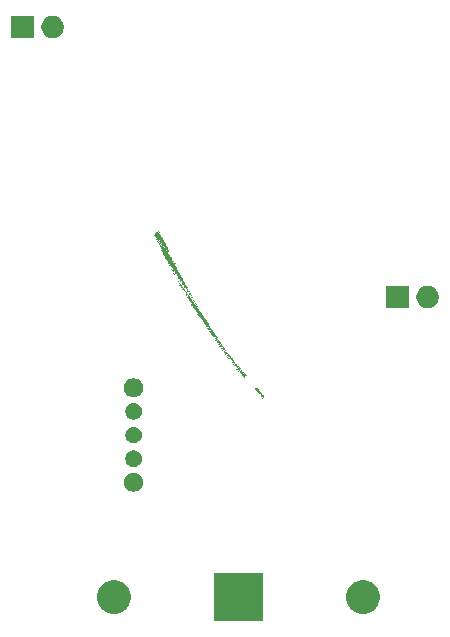
<source format=gbs>
G04 #@! TF.GenerationSoftware,KiCad,Pcbnew,5.1.0-unknown-r15165-fdfe5eab*
G04 #@! TF.CreationDate,2019-03-23T01:30:36-07:00*
G04 #@! TF.ProjectId,PricklyPear,50726963-6b6c-4795-9065-61722e6b6963,rev?*
G04 #@! TF.SameCoordinates,Original*
G04 #@! TF.FileFunction,Soldermask,Bot*
G04 #@! TF.FilePolarity,Negative*
%FSLAX46Y46*%
G04 Gerber Fmt 4.6, Leading zero omitted, Abs format (unit mm)*
G04 Created by KiCad (PCBNEW 5.1.0-unknown-r15165-fdfe5eab) date 2019-03-23 01:30:36*
%MOMM*%
%LPD*%
G04 APERTURE LIST*
%ADD10C,0.100000*%
G04 APERTURE END LIST*
D10*
G36*
X21408725Y41426140D02*
G01*
X21372303Y41478156D01*
X21424319Y41514578D01*
X21460741Y41462562D01*
X21408725Y41426140D01*
G37*
G36*
X22064322Y40489850D02*
G01*
X21920089Y40695836D01*
X21972105Y40732258D01*
X22116339Y40526272D01*
X22064322Y40489850D01*
G37*
G36*
X23266251Y38773318D02*
G01*
X22100744Y40437834D01*
X22152761Y40474256D01*
X23318267Y38809740D01*
X23266251Y38773318D01*
G37*
G36*
X23340551Y38667207D02*
G01*
X23302673Y38721301D01*
X23354689Y38757724D01*
X23392567Y38703629D01*
X23340551Y38667207D01*
G37*
G36*
X23484784Y38461221D02*
G01*
X23413395Y38563175D01*
X23465411Y38599597D01*
X23536800Y38497643D01*
X23484784Y38461221D01*
G37*
G36*
X23594051Y38305171D02*
G01*
X23557629Y38357188D01*
X23609645Y38393610D01*
X23646067Y38341594D01*
X23594051Y38305171D01*
G37*
G36*
X23741194Y38095029D02*
G01*
X23668350Y38199061D01*
X23720366Y38235483D01*
X23793210Y38131451D01*
X23741194Y38095029D01*
G37*
G36*
X23849005Y37941058D02*
G01*
X23776161Y38045091D01*
X23828177Y38081513D01*
X23901022Y37977480D01*
X23849005Y37941058D01*
G37*
G36*
X23996148Y37730916D02*
G01*
X23921849Y37837027D01*
X23973865Y37873449D01*
X24048165Y37767338D01*
X23996148Y37730916D01*
G37*
G36*
X24103960Y37576946D02*
G01*
X24032571Y37678900D01*
X24084587Y37715322D01*
X24155976Y37613368D01*
X24103960Y37576946D01*
G37*
G36*
X24251103Y37366803D02*
G01*
X24140382Y37524930D01*
X24192398Y37561352D01*
X24303119Y37403225D01*
X24251103Y37366803D01*
G37*
G36*
X24358914Y37212833D02*
G01*
X24287525Y37314787D01*
X24339541Y37351209D01*
X24410930Y37249255D01*
X24358914Y37212833D01*
G37*
G36*
X24542480Y36950674D02*
G01*
X24395336Y37160817D01*
X24447353Y37197239D01*
X24594496Y36987096D01*
X24542480Y36950674D01*
G37*
G36*
X24556619Y37041190D02*
G01*
X21387896Y41566595D01*
X21439913Y41603017D01*
X24608635Y37077613D01*
X24556619Y37041190D01*
G37*
G36*
X24630919Y36935079D02*
G01*
X24594497Y36987095D01*
X24646513Y37023517D01*
X24682935Y36971501D01*
X24630919Y36935079D01*
G37*
G36*
X24775152Y36729093D02*
G01*
X24738730Y36781109D01*
X24790746Y36817531D01*
X24827168Y36765515D01*
X24775152Y36729093D01*
G37*
G36*
X24884418Y36573044D02*
G01*
X24847996Y36625060D01*
X24900012Y36661483D01*
X24936435Y36609466D01*
X24884418Y36573044D01*
G37*
G36*
X25030106Y36364980D02*
G01*
X24958717Y36466935D01*
X25010733Y36503357D01*
X25082122Y36401403D01*
X25030106Y36364980D01*
G37*
G36*
X25139373Y36208931D02*
G01*
X25102951Y36260947D01*
X25154967Y36297369D01*
X25191389Y36245353D01*
X25139373Y36208931D01*
G37*
G36*
X25286517Y35998788D02*
G01*
X25213672Y36102821D01*
X25265689Y36139243D01*
X25338533Y36035210D01*
X25286517Y35998788D01*
G37*
G36*
X25394328Y35844818D02*
G01*
X25321484Y35948850D01*
X25373500Y35985273D01*
X25446344Y35881240D01*
X25394328Y35844818D01*
G37*
G36*
X20966426Y42279226D02*
G01*
X20930004Y42331243D01*
X20982020Y42367665D01*
X21018442Y42315649D01*
X20966426Y42279226D01*
G37*
G36*
X25482766Y35829224D02*
G01*
X21040725Y42173116D01*
X21092741Y42209538D01*
X25534782Y35865646D01*
X25482766Y35829224D01*
G37*
G36*
X25810565Y35361079D02*
G01*
X25774143Y35413095D01*
X25826159Y35449517D01*
X25862581Y35397501D01*
X25810565Y35361079D01*
G37*
G36*
X20473565Y43093813D02*
G01*
X20399266Y43199924D01*
X20451282Y43236346D01*
X20525581Y43130236D01*
X20473565Y43093813D01*
G37*
G36*
X20581376Y42939843D02*
G01*
X20546409Y42989781D01*
X20598425Y43026203D01*
X20633392Y42976265D01*
X20581376Y42939843D01*
G37*
G36*
X20727065Y42731778D02*
G01*
X20654221Y42835810D01*
X20706237Y42872232D01*
X20779081Y42768200D01*
X20727065Y42731778D01*
G37*
G36*
X23569443Y38672441D02*
G01*
X20764942Y42677684D01*
X20816958Y42714106D01*
X23621459Y38708863D01*
X23569443Y38672441D01*
G37*
G36*
X23677255Y38518470D02*
G01*
X23640833Y38570486D01*
X23692849Y38606908D01*
X23729271Y38554892D01*
X23677255Y38518470D01*
G37*
G36*
X23824399Y38308327D02*
G01*
X23787976Y38360343D01*
X23839993Y38396765D01*
X23876415Y38344749D01*
X23824399Y38308327D01*
G37*
G36*
X23932209Y38154358D02*
G01*
X23897242Y38204296D01*
X23949258Y38240718D01*
X23984225Y38190780D01*
X23932209Y38154358D01*
G37*
G36*
X24188620Y37788166D02*
G01*
X24152197Y37840182D01*
X24204214Y37876604D01*
X24240636Y37824588D01*
X24188620Y37788166D01*
G37*
G36*
X25899003Y35345485D02*
G01*
X24443574Y37424053D01*
X24495590Y37460476D01*
X25951019Y35381908D01*
X25899003Y35345485D01*
G37*
G36*
X20234204Y43546365D02*
G01*
X20159905Y43652475D01*
X20211921Y43688897D01*
X20286220Y43582787D01*
X20234204Y43546365D01*
G37*
G36*
X20342015Y43392395D02*
G01*
X20270626Y43494349D01*
X20322643Y43530771D01*
X20394032Y43428817D01*
X20342015Y43392395D01*
G37*
G36*
X22855140Y39803281D02*
G01*
X20378438Y43340378D01*
X20430454Y43376800D01*
X22907156Y39839703D01*
X22855140Y39803281D01*
G37*
G36*
X22929439Y39697170D02*
G01*
X22891562Y39751265D01*
X22943578Y39787687D01*
X22981456Y39733592D01*
X22929439Y39697170D01*
G37*
G36*
X24750545Y37096362D02*
G01*
X24712667Y37150457D01*
X24764684Y37186879D01*
X24802561Y37132785D01*
X24750545Y37096362D01*
G37*
G36*
X24858356Y36942392D02*
G01*
X24823389Y36992330D01*
X24875405Y37028752D01*
X24910372Y36978814D01*
X24858356Y36942392D01*
G37*
G36*
X24967623Y36786343D02*
G01*
X24931201Y36838359D01*
X24983217Y36874781D01*
X25019639Y36822765D01*
X24967623Y36786343D01*
G37*
G36*
X25114766Y36576200D02*
G01*
X25078344Y36628216D01*
X25130360Y36664638D01*
X25166782Y36612622D01*
X25114766Y36576200D01*
G37*
G36*
X25222577Y36422230D02*
G01*
X25186155Y36474246D01*
X25238171Y36510668D01*
X25274594Y36458652D01*
X25222577Y36422230D01*
G37*
G36*
X25914597Y35433923D02*
G01*
X25258999Y36370214D01*
X25311016Y36406636D01*
X25966614Y35470345D01*
X25914597Y35433923D01*
G37*
G36*
X19958422Y44050932D02*
G01*
X19884122Y44157043D01*
X19936138Y44193465D01*
X20010438Y44087354D01*
X19958422Y44050932D01*
G37*
G36*
X22360825Y40619944D02*
G01*
X19994844Y43998916D01*
X20046860Y44035338D01*
X22412841Y40656366D01*
X22360825Y40619944D01*
G37*
G36*
X25421737Y36248510D02*
G01*
X25383859Y36302604D01*
X25435875Y36339026D01*
X25473753Y36284932D01*
X25421737Y36248510D01*
G37*
G36*
X25565970Y36042523D02*
G01*
X25458159Y36196494D01*
X25510175Y36232916D01*
X25617986Y36078946D01*
X25565970Y36042523D01*
G37*
G36*
X25675237Y35886474D02*
G01*
X25602392Y35990507D01*
X25654409Y36026929D01*
X25727253Y35922896D01*
X25675237Y35886474D01*
G37*
G36*
X25785958Y35728348D02*
G01*
X25713114Y35832380D01*
X25765130Y35868802D01*
X25837974Y35764770D01*
X25785958Y35728348D01*
G37*
G36*
X26003035Y35418330D02*
G01*
X25822380Y35676332D01*
X25874396Y35712754D01*
X26055051Y35454752D01*
X26003035Y35418330D01*
G37*
G36*
X19791905Y44399451D02*
G01*
X19644762Y44609594D01*
X19696778Y44646016D01*
X19843921Y44435873D01*
X19791905Y44399451D01*
G37*
G36*
X19863295Y44297496D02*
G01*
X19826873Y44349513D01*
X19878889Y44385935D01*
X19915311Y44333919D01*
X19863295Y44297496D01*
G37*
G36*
X21867965Y41434531D02*
G01*
X19899716Y44245481D01*
X19951732Y44281903D01*
X21919981Y41470953D01*
X21867965Y41434531D01*
G37*
G36*
X21939354Y41332576D02*
G01*
X21904387Y41382514D01*
X21956403Y41418936D01*
X21991370Y41368999D01*
X21939354Y41332576D01*
G37*
G36*
X26055051Y35454752D02*
G01*
X25874396Y35712754D01*
X25926412Y35749176D01*
X26107067Y35491174D01*
X26055051Y35454752D01*
G37*
G36*
X27076325Y33996221D02*
G01*
X26783493Y34414429D01*
X26835509Y34450851D01*
X27128341Y34032643D01*
X27076325Y33996221D01*
G37*
G36*
X19479701Y44956034D02*
G01*
X19443279Y45008050D01*
X19495295Y45044472D01*
X19531717Y44992456D01*
X19479701Y44956034D01*
G37*
G36*
X19623934Y44750048D02*
G01*
X19551090Y44854080D01*
X19603106Y44890502D01*
X19675950Y44786470D01*
X19623934Y44750048D01*
G37*
G36*
X21372195Y42253272D02*
G01*
X19660356Y44698032D01*
X19712372Y44734454D01*
X21424211Y42289694D01*
X21372195Y42253272D01*
G37*
G36*
X21481461Y42097224D02*
G01*
X21408617Y42201256D01*
X21460633Y42237678D01*
X21533477Y42133646D01*
X21481461Y42097224D01*
G37*
G36*
X21554306Y41993192D02*
G01*
X21517883Y42045208D01*
X21569900Y42081630D01*
X21606322Y42029614D01*
X21554306Y41993192D01*
G37*
G36*
X27163308Y33982705D02*
G01*
X26800542Y34500789D01*
X26852559Y34537211D01*
X27215325Y34019127D01*
X27163308Y33982705D01*
G37*
G36*
X27272575Y33826656D02*
G01*
X27199731Y33930688D01*
X27251747Y33967110D01*
X27324591Y33863078D01*
X27272575Y33826656D01*
G37*
G36*
X27383296Y33668530D02*
G01*
X27308997Y33774641D01*
X27361013Y33811063D01*
X27435312Y33704952D01*
X27383296Y33668530D01*
G37*
G36*
X27454685Y33566576D02*
G01*
X27419718Y33616514D01*
X27471734Y33652936D01*
X27506701Y33602998D01*
X27454685Y33566576D01*
G37*
G36*
X19240340Y45408586D02*
G01*
X19203918Y45460602D01*
X19255934Y45497024D01*
X19292356Y45445008D01*
X19240340Y45408586D01*
G37*
G36*
X20987145Y42913889D02*
G01*
X19276762Y45356570D01*
X19328778Y45392992D01*
X21039162Y42950311D01*
X20987145Y42913889D01*
G37*
G36*
X21097867Y42755762D02*
G01*
X21025023Y42859794D01*
X21077039Y42896216D01*
X21149884Y42792184D01*
X21097867Y42755762D01*
G37*
G36*
X21205679Y42601791D02*
G01*
X21169256Y42653808D01*
X21221273Y42690230D01*
X21257695Y42638213D01*
X21205679Y42601791D01*
G37*
G36*
X21316399Y42443666D02*
G01*
X21278522Y42497760D01*
X21330538Y42534182D01*
X21368416Y42480088D01*
X21316399Y42443666D01*
G37*
G36*
X27471734Y33652936D02*
G01*
X26887526Y34487273D01*
X26939542Y34523695D01*
X27523751Y33689358D01*
X27471734Y33652936D01*
G37*
G36*
X18890258Y46019264D02*
G01*
X18853836Y46071280D01*
X18905852Y46107702D01*
X18942274Y46055686D01*
X18890258Y46019264D01*
G37*
G36*
X20822085Y43260329D02*
G01*
X19037402Y45809121D01*
X19089418Y45845543D01*
X20874101Y43296751D01*
X20822085Y43260329D01*
G37*
G36*
X21077039Y42896217D02*
G01*
X20893473Y43158376D01*
X20945489Y43194798D01*
X21129055Y42932639D01*
X21077039Y42896217D01*
G37*
G36*
X27340185Y33951516D02*
G01*
X27303763Y34003533D01*
X27355779Y34039955D01*
X27392202Y33987939D01*
X27340185Y33951516D01*
G37*
G36*
X27487328Y33741374D02*
G01*
X27376607Y33899501D01*
X27428623Y33935923D01*
X27539345Y33777797D01*
X27487328Y33741374D01*
G37*
G36*
X20654113Y43610926D02*
G01*
X18869430Y46159718D01*
X18921446Y46196140D01*
X20706129Y43647348D01*
X20654113Y43610926D01*
G37*
G36*
X20763379Y43454878D02*
G01*
X20690535Y43558910D01*
X20742551Y43595332D01*
X20815395Y43491300D01*
X20763379Y43454878D01*
G37*
G36*
X20837678Y43348768D02*
G01*
X20799801Y43402863D01*
X20851817Y43439285D01*
X20889694Y43385190D01*
X20837678Y43348768D01*
G37*
G36*
X18777213Y46402126D02*
G01*
X18740791Y46454143D01*
X18792807Y46490565D01*
X18829229Y46438549D01*
X18777213Y46402126D01*
G37*
G36*
X20378330Y44115495D02*
G01*
X18813634Y46350111D01*
X18865650Y46386533D01*
X20430346Y44151917D01*
X20378330Y44115495D01*
G37*
G36*
X20487597Y43959445D02*
G01*
X20451174Y44011462D01*
X20503191Y44047884D01*
X20539613Y43995867D01*
X20487597Y43959445D01*
G37*
G36*
X18427131Y47012804D02*
G01*
X18390709Y47064821D01*
X18442725Y47101243D01*
X18479147Y47049227D01*
X18427131Y47012804D01*
G37*
G36*
X20138969Y44568046D02*
G01*
X18501429Y46906695D01*
X18553446Y46943117D01*
X20190985Y44604468D01*
X20138969Y44568046D01*
G37*
G36*
X20358957Y44253870D02*
G01*
X20322535Y44305886D01*
X20374551Y44342308D01*
X20410973Y44290292D01*
X20358957Y44253870D01*
G37*
G36*
X18298491Y47307229D02*
G01*
X18262069Y47359245D01*
X18314086Y47395667D01*
X18350508Y47343651D01*
X18298491Y47307229D01*
G37*
G36*
X19681076Y45332693D02*
G01*
X18369881Y47205275D01*
X18421897Y47241697D01*
X19733092Y45369116D01*
X19681076Y45332693D01*
G37*
G36*
X20008875Y44864548D02*
G01*
X19717498Y45280677D01*
X19769514Y45317099D01*
X20060891Y44900970D01*
X20008875Y44864548D01*
G37*
G36*
X19733092Y45369116D02*
G01*
X18276208Y47449762D01*
X18328224Y47486184D01*
X19785109Y45405538D01*
X19733092Y45369116D01*
G37*
G36*
X19915202Y45109036D02*
G01*
X19843813Y45210990D01*
X19895829Y45247412D01*
X19967218Y45145458D01*
X19915202Y45109036D01*
G37*
G36*
X20024469Y44952986D02*
G01*
X19951625Y45057019D01*
X20003641Y45093441D01*
X20076485Y44989408D01*
X20024469Y44952986D01*
G37*
G36*
X19568031Y45715557D02*
G01*
X18291802Y47538201D01*
X18343818Y47574623D01*
X19620047Y45751979D01*
X19568031Y45715557D01*
G37*
G36*
X19640875Y45611524D02*
G01*
X19604453Y45663540D01*
X19656469Y45699962D01*
X19692891Y45647946D01*
X19640875Y45611524D01*
G37*
G36*
X19748686Y45457554D02*
G01*
X19712264Y45509570D01*
X19764280Y45545992D01*
X19800703Y45493976D01*
X19748686Y45457554D01*
G37*
G36*
X19436482Y46014137D02*
G01*
X18343818Y47574622D01*
X18395835Y47611044D01*
X19488498Y46050560D01*
X19436482Y46014137D01*
G37*
G36*
X19342809Y46258624D02*
G01*
X18395835Y47611044D01*
X18447851Y47647466D01*
X19394825Y46295046D01*
X19342809Y46258624D01*
G37*
G36*
X19177747Y46605066D02*
G01*
X18411428Y47699483D01*
X18463444Y47735905D01*
X19229764Y46641488D01*
X19177747Y46605066D01*
G37*
G36*
X19285559Y46451095D02*
G01*
X19249137Y46503111D01*
X19301153Y46539533D01*
X19337575Y46487517D01*
X19285559Y46451095D01*
G37*
G36*
X18973354Y47007678D02*
G01*
X18463445Y47735905D01*
X18515461Y47772327D01*
X19025370Y47044101D01*
X18973354Y47007678D01*
G37*
G36*
X18733994Y47460230D02*
G01*
X18551883Y47720311D01*
X18603899Y47756733D01*
X18786010Y47496652D01*
X18733994Y47460230D01*
G37*
G36*
X18843260Y47304181D02*
G01*
X18770416Y47408214D01*
X18822432Y47444636D01*
X18895276Y47340603D01*
X18843260Y47304181D01*
G37*
G36*
X18751042Y47546591D02*
G01*
X18603899Y47756733D01*
X18655915Y47793156D01*
X18803058Y47583013D01*
X18751042Y47546591D01*
G37*
G36*
X27451000Y14713000D02*
G01*
X23349000Y14713000D01*
X23349000Y18815000D01*
X27451000Y18815000D01*
X27451000Y14713000D01*
X27451000Y14713000D01*
G37*
G36*
X36367698Y18140970D02*
G01*
X36628305Y18033023D01*
X36628306Y18033022D01*
X36862847Y17876307D01*
X37062307Y17676847D01*
X37062308Y17676845D01*
X37219023Y17442305D01*
X37326970Y17181698D01*
X37382000Y16905041D01*
X37382000Y16622959D01*
X37326970Y16346302D01*
X37219023Y16085695D01*
X37219022Y16085694D01*
X37062307Y15851153D01*
X36862847Y15651693D01*
X36744780Y15572803D01*
X36628305Y15494977D01*
X36367698Y15387030D01*
X36091041Y15332000D01*
X35808959Y15332000D01*
X35532302Y15387030D01*
X35271695Y15494977D01*
X35155220Y15572803D01*
X35037153Y15651693D01*
X34837693Y15851153D01*
X34680978Y16085694D01*
X34680977Y16085695D01*
X34573030Y16346302D01*
X34518000Y16622959D01*
X34518000Y16905041D01*
X34573030Y17181698D01*
X34680977Y17442305D01*
X34837692Y17676845D01*
X34837693Y17676847D01*
X35037153Y17876307D01*
X35271694Y18033022D01*
X35271695Y18033023D01*
X35532302Y18140970D01*
X35808959Y18196000D01*
X36091041Y18196000D01*
X36367698Y18140970D01*
X36367698Y18140970D01*
G37*
G36*
X15267698Y18140970D02*
G01*
X15528305Y18033023D01*
X15528306Y18033022D01*
X15762847Y17876307D01*
X15962307Y17676847D01*
X15962308Y17676845D01*
X16119023Y17442305D01*
X16226970Y17181698D01*
X16282000Y16905041D01*
X16282000Y16622959D01*
X16226970Y16346302D01*
X16119023Y16085695D01*
X16119022Y16085694D01*
X15962307Y15851153D01*
X15762847Y15651693D01*
X15644780Y15572803D01*
X15528305Y15494977D01*
X15267698Y15387030D01*
X14991041Y15332000D01*
X14708959Y15332000D01*
X14432302Y15387030D01*
X14171695Y15494977D01*
X14055220Y15572803D01*
X13937153Y15651693D01*
X13737693Y15851153D01*
X13580978Y16085694D01*
X13580977Y16085695D01*
X13473030Y16346302D01*
X13418000Y16622959D01*
X13418000Y16905041D01*
X13473030Y17181698D01*
X13580977Y17442305D01*
X13737692Y17676845D01*
X13737693Y17676847D01*
X13937153Y17876307D01*
X14171694Y18033022D01*
X14171695Y18033023D01*
X14432302Y18140970D01*
X14708959Y18196000D01*
X14991041Y18196000D01*
X15267698Y18140970D01*
X15267698Y18140970D01*
G37*
G36*
X16744810Y27254065D02*
G01*
X16891309Y27193383D01*
X16891310Y27193382D01*
X17023158Y27105284D01*
X17135284Y26993158D01*
X17135285Y26993156D01*
X17223383Y26861309D01*
X17284065Y26714810D01*
X17315000Y26559287D01*
X17315000Y26400713D01*
X17284065Y26245190D01*
X17223383Y26098691D01*
X17223382Y26098690D01*
X17135284Y25966842D01*
X17023158Y25854716D01*
X16956785Y25810367D01*
X16891309Y25766617D01*
X16744810Y25705935D01*
X16589287Y25675000D01*
X16430713Y25675000D01*
X16275190Y25705935D01*
X16128691Y25766617D01*
X16063215Y25810367D01*
X15996842Y25854716D01*
X15884716Y25966842D01*
X15796618Y26098690D01*
X15796617Y26098691D01*
X15735935Y26245190D01*
X15705000Y26400713D01*
X15705000Y26559287D01*
X15735935Y26714810D01*
X15796617Y26861309D01*
X15884715Y26993156D01*
X15884716Y26993158D01*
X15996842Y27105284D01*
X16128690Y27193382D01*
X16128691Y27193383D01*
X16275190Y27254065D01*
X16430713Y27285000D01*
X16589287Y27285000D01*
X16744810Y27254065D01*
X16744810Y27254065D01*
G37*
G36*
X16715641Y29157908D02*
G01*
X16843941Y29104764D01*
X16843943Y29104763D01*
X16902069Y29065924D01*
X16959410Y29027610D01*
X17057610Y28929410D01*
X17134764Y28813941D01*
X17187908Y28685641D01*
X17215000Y28549438D01*
X17215000Y28410562D01*
X17187908Y28274359D01*
X17134764Y28146059D01*
X17134763Y28146057D01*
X17057609Y28030589D01*
X16959411Y27932391D01*
X16843943Y27855237D01*
X16843942Y27855236D01*
X16843941Y27855236D01*
X16715641Y27802092D01*
X16579438Y27775000D01*
X16440562Y27775000D01*
X16304359Y27802092D01*
X16176059Y27855236D01*
X16176058Y27855236D01*
X16176057Y27855237D01*
X16060589Y27932391D01*
X15962391Y28030589D01*
X15885237Y28146057D01*
X15885236Y28146059D01*
X15832092Y28274359D01*
X15805000Y28410562D01*
X15805000Y28549438D01*
X15832092Y28685641D01*
X15885236Y28813941D01*
X15962390Y28929410D01*
X16060590Y29027610D01*
X16117931Y29065924D01*
X16176057Y29104763D01*
X16176059Y29104764D01*
X16304359Y29157908D01*
X16440562Y29185000D01*
X16579438Y29185000D01*
X16715641Y29157908D01*
X16715641Y29157908D01*
G37*
G36*
X16715641Y31157908D02*
G01*
X16843941Y31104764D01*
X16843943Y31104763D01*
X16902069Y31065924D01*
X16959410Y31027610D01*
X17057610Y30929410D01*
X17134764Y30813941D01*
X17187908Y30685641D01*
X17215000Y30549438D01*
X17215000Y30410562D01*
X17187908Y30274359D01*
X17134764Y30146059D01*
X17134763Y30146057D01*
X17057609Y30030589D01*
X16959411Y29932391D01*
X16843943Y29855237D01*
X16843942Y29855236D01*
X16843941Y29855236D01*
X16715641Y29802092D01*
X16579438Y29775000D01*
X16440562Y29775000D01*
X16304359Y29802092D01*
X16176059Y29855236D01*
X16176058Y29855236D01*
X16176057Y29855237D01*
X16060589Y29932391D01*
X15962391Y30030589D01*
X15885237Y30146057D01*
X15885236Y30146059D01*
X15832092Y30274359D01*
X15805000Y30410562D01*
X15805000Y30549438D01*
X15832092Y30685641D01*
X15885236Y30813941D01*
X15962390Y30929410D01*
X16060590Y31027610D01*
X16117931Y31065924D01*
X16176057Y31104763D01*
X16176059Y31104764D01*
X16304359Y31157908D01*
X16440562Y31185000D01*
X16579438Y31185000D01*
X16715641Y31157908D01*
X16715641Y31157908D01*
G37*
G36*
X16715641Y33157908D02*
G01*
X16843941Y33104764D01*
X16843943Y33104763D01*
X16902069Y33065924D01*
X16959410Y33027610D01*
X17057610Y32929410D01*
X17134764Y32813941D01*
X17187908Y32685641D01*
X17215000Y32549438D01*
X17215000Y32410562D01*
X17187908Y32274359D01*
X17134764Y32146059D01*
X17134763Y32146057D01*
X17057609Y32030589D01*
X16959411Y31932391D01*
X16843943Y31855237D01*
X16843942Y31855236D01*
X16843941Y31855236D01*
X16715641Y31802092D01*
X16579438Y31775000D01*
X16440562Y31775000D01*
X16304359Y31802092D01*
X16176059Y31855236D01*
X16176058Y31855236D01*
X16176057Y31855237D01*
X16060589Y31932391D01*
X15962391Y32030589D01*
X15885237Y32146057D01*
X15885236Y32146059D01*
X15832092Y32274359D01*
X15805000Y32410562D01*
X15805000Y32549438D01*
X15832092Y32685641D01*
X15885236Y32813941D01*
X15962390Y32929410D01*
X16060590Y33027610D01*
X16117931Y33065924D01*
X16176057Y33104763D01*
X16176059Y33104764D01*
X16304359Y33157908D01*
X16440562Y33185000D01*
X16579438Y33185000D01*
X16715641Y33157908D01*
X16715641Y33157908D01*
G37*
G36*
X16744810Y35254065D02*
G01*
X16891309Y35193383D01*
X16891310Y35193382D01*
X17023158Y35105284D01*
X17135284Y34993158D01*
X17135285Y34993156D01*
X17223383Y34861309D01*
X17284065Y34714810D01*
X17315000Y34559287D01*
X17315000Y34400713D01*
X17284065Y34245190D01*
X17223383Y34098691D01*
X17223382Y34098690D01*
X17135284Y33966842D01*
X17023158Y33854716D01*
X16956785Y33810367D01*
X16891309Y33766617D01*
X16744810Y33705935D01*
X16589287Y33675000D01*
X16430713Y33675000D01*
X16275190Y33705935D01*
X16128691Y33766617D01*
X16063215Y33810367D01*
X15996842Y33854716D01*
X15884716Y33966842D01*
X15796618Y34098690D01*
X15796617Y34098691D01*
X15735935Y34245190D01*
X15705000Y34400713D01*
X15705000Y34559287D01*
X15735935Y34714810D01*
X15796617Y34861309D01*
X15884715Y34993156D01*
X15884716Y34993158D01*
X15996842Y35105284D01*
X16128690Y35193382D01*
X16128691Y35193383D01*
X16275190Y35254065D01*
X16430713Y35285000D01*
X16589287Y35285000D01*
X16744810Y35254065D01*
X16744810Y35254065D01*
G37*
G36*
X39813000Y41213000D02*
G01*
X37911000Y41213000D01*
X37911000Y43115000D01*
X39813000Y43115000D01*
X39813000Y41213000D01*
X39813000Y41213000D01*
G37*
G36*
X41679395Y43078454D02*
G01*
X41852466Y43006766D01*
X41852467Y43006765D01*
X42008227Y42902690D01*
X42140690Y42770227D01*
X42140691Y42770225D01*
X42244766Y42614466D01*
X42316454Y42441395D01*
X42353000Y42257667D01*
X42353000Y42070333D01*
X42316454Y41886605D01*
X42244766Y41713534D01*
X42244765Y41713533D01*
X42140690Y41557773D01*
X42008227Y41425310D01*
X41929818Y41372919D01*
X41852466Y41321234D01*
X41679395Y41249546D01*
X41495667Y41213000D01*
X41308333Y41213000D01*
X41124605Y41249546D01*
X40951534Y41321234D01*
X40874182Y41372919D01*
X40795773Y41425310D01*
X40663310Y41557773D01*
X40559235Y41713533D01*
X40559234Y41713534D01*
X40487546Y41886605D01*
X40451000Y42070333D01*
X40451000Y42257667D01*
X40487546Y42441395D01*
X40559234Y42614466D01*
X40663309Y42770225D01*
X40663310Y42770227D01*
X40795773Y42902690D01*
X40951533Y43006765D01*
X40951534Y43006766D01*
X41124605Y43078454D01*
X41308333Y43115000D01*
X41495667Y43115000D01*
X41679395Y43078454D01*
X41679395Y43078454D01*
G37*
G36*
X9929395Y65938454D02*
G01*
X10102466Y65866766D01*
X10102467Y65866765D01*
X10258227Y65762690D01*
X10390690Y65630227D01*
X10390691Y65630225D01*
X10494766Y65474466D01*
X10566454Y65301395D01*
X10603000Y65117667D01*
X10603000Y64930333D01*
X10566454Y64746605D01*
X10494766Y64573534D01*
X10494765Y64573533D01*
X10390690Y64417773D01*
X10258227Y64285310D01*
X10179818Y64232919D01*
X10102466Y64181234D01*
X9929395Y64109546D01*
X9745667Y64073000D01*
X9558333Y64073000D01*
X9374605Y64109546D01*
X9201534Y64181234D01*
X9124182Y64232919D01*
X9045773Y64285310D01*
X8913310Y64417773D01*
X8809235Y64573533D01*
X8809234Y64573534D01*
X8737546Y64746605D01*
X8701000Y64930333D01*
X8701000Y65117667D01*
X8737546Y65301395D01*
X8809234Y65474466D01*
X8913309Y65630225D01*
X8913310Y65630227D01*
X9045773Y65762690D01*
X9201533Y65866765D01*
X9201534Y65866766D01*
X9374605Y65938454D01*
X9558333Y65975000D01*
X9745667Y65975000D01*
X9929395Y65938454D01*
X9929395Y65938454D01*
G37*
G36*
X8063000Y64073000D02*
G01*
X6161000Y64073000D01*
X6161000Y65975000D01*
X8063000Y65975000D01*
X8063000Y64073000D01*
X8063000Y64073000D01*
G37*
M02*

</source>
